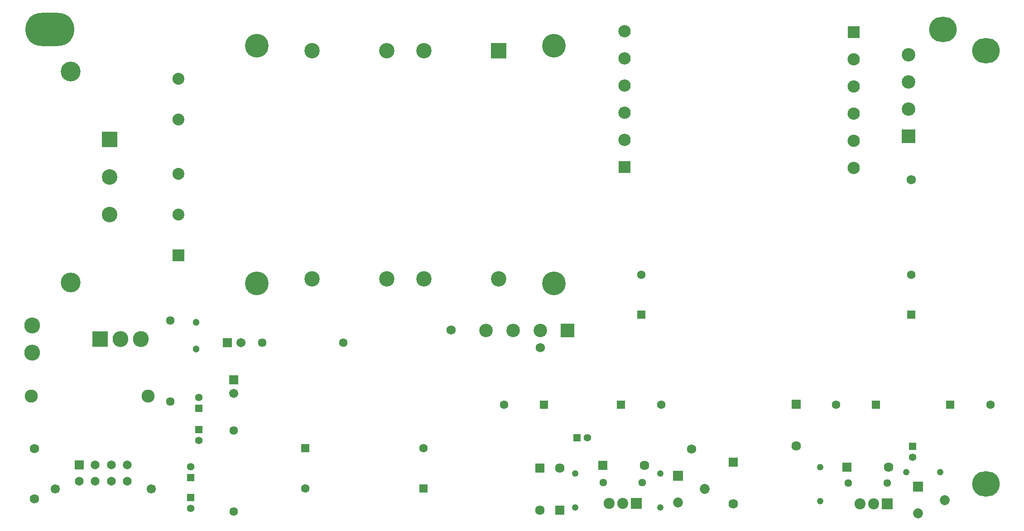
<source format=gbs>
G04*
G04 #@! TF.GenerationSoftware,Altium Limited,Altium Designer,23.3.1 (30)*
G04*
G04 Layer_Color=16711935*
%FSLAX25Y25*%
%MOIN*%
G70*
G04*
G04 #@! TF.SameCoordinates,6D9CB1A0-9692-42E5-B266-BE6C9D8843E2*
G04*
G04*
G04 #@! TF.FilePolarity,Negative*
G04*
G01*
G75*
%ADD19C,0.09068*%
%ADD20R,0.09068X0.09068*%
%ADD21C,0.06343*%
%ADD22O,0.20485X0.18517*%
%ADD23C,0.07296*%
%ADD24R,0.07296X0.07296*%
%ADD25C,0.04800*%
%ADD26C,0.11430*%
%ADD27R,0.11430X0.11430*%
%ADD28C,0.14580*%
%ADD29C,0.06824*%
%ADD30C,0.09894*%
%ADD31R,0.09894X0.09894*%
%ADD32C,0.07060*%
%ADD33R,0.07060X0.07060*%
%ADD34C,0.06312*%
%ADD35R,0.06312X0.06312*%
%ADD36R,0.06312X0.06312*%
%ADD37R,0.07060X0.07060*%
%ADD38C,0.05674*%
%ADD39C,0.08123*%
%ADD40R,0.08123X0.08123*%
%ADD41C,0.05556*%
%ADD42R,0.05556X0.05556*%
%ADD43C,0.17400*%
%ADD44C,0.11300*%
%ADD45R,0.11300X0.11300*%
%ADD46R,0.09894X0.09894*%
%ADD47C,0.09658*%
%ADD48R,0.05556X0.05556*%
%ADD49C,0.11725*%
%ADD50R,0.11725X0.11725*%
%ADD52R,0.06737X0.06737*%
%ADD53C,0.06737*%
%ADD54R,0.06737X0.06737*%
%ADD55C,0.06781*%
%ADD56C,0.06525*%
%ADD57R,0.06525X0.06525*%
%ADD58R,0.08792X0.08792*%
%ADD59C,0.08792*%
%ADD60C,0.05131*%
%ADD104O,0.36233X0.24422*%
D19*
X442810Y360892D02*
D03*
Y340892D02*
D03*
Y320892D02*
D03*
Y300892D02*
D03*
Y280892D02*
D03*
X611197Y260181D02*
D03*
Y280181D02*
D03*
Y300181D02*
D03*
Y320181D02*
D03*
Y340181D02*
D03*
D20*
X442810Y260892D02*
D03*
X611197Y360181D02*
D03*
D21*
X175996Y131522D02*
D03*
X235838D02*
D03*
X108447Y87993D02*
D03*
Y147836D02*
D03*
X155101Y66846D02*
D03*
Y7004D02*
D03*
D22*
X708661Y27559D02*
D03*
X677165Y362205D02*
D03*
X708661Y346457D02*
D03*
D23*
X482073Y13792D02*
D03*
X501758Y23634D02*
D03*
X658758Y5728D02*
D03*
X678443Y15570D02*
D03*
D24*
X482073Y33477D02*
D03*
X658758Y25413D02*
D03*
D25*
X674972Y36170D02*
D03*
X649972D02*
D03*
X586797Y14633D02*
D03*
Y39633D02*
D03*
X406421Y10001D02*
D03*
Y35002D02*
D03*
X469165Y10001D02*
D03*
Y35002D02*
D03*
D26*
X63729Y225846D02*
D03*
Y253405D02*
D03*
D27*
Y280964D02*
D03*
D28*
X34989Y175649D02*
D03*
Y331161D02*
D03*
D29*
X380568Y127779D02*
D03*
X315013Y140926D02*
D03*
X653640Y251467D02*
D03*
X492126Y53150D02*
D03*
X8192Y53598D02*
D03*
X8192Y16462D02*
D03*
D30*
X340561Y140473D02*
D03*
X360561D02*
D03*
X380561D02*
D03*
X651670Y343293D02*
D03*
Y323293D02*
D03*
Y303293D02*
D03*
D31*
X400561Y140473D02*
D03*
D32*
X522795Y12696D02*
D03*
X637174Y39905D02*
D03*
X380497Y8240D02*
D03*
X395094Y38984D02*
D03*
X457426Y41236D02*
D03*
X568953Y55303D02*
D03*
D33*
X522795Y43440D02*
D03*
X380497Y38984D02*
D03*
X395094Y8240D02*
D03*
X568953Y86047D02*
D03*
D34*
X469566Y85641D02*
D03*
X353869D02*
D03*
X294591Y53688D02*
D03*
X207592Y24160D02*
D03*
X711869Y85641D02*
D03*
X653543Y181497D02*
D03*
X598278Y85641D02*
D03*
X454949Y181497D02*
D03*
D35*
X440039Y85641D02*
D03*
X383397D02*
D03*
X682341D02*
D03*
X627806D02*
D03*
D36*
X294591Y24160D02*
D03*
X207592Y53688D02*
D03*
X653543Y151969D02*
D03*
X454949D02*
D03*
D37*
X606429Y39905D02*
D03*
X426682Y41236D02*
D03*
D38*
X607431Y28068D02*
D03*
X636172D02*
D03*
X427071Y28410D02*
D03*
X455812D02*
D03*
D39*
X615983Y12638D02*
D03*
X625983D02*
D03*
X431383Y13055D02*
D03*
X441383D02*
D03*
D40*
X635983Y12638D02*
D03*
X451383Y13055D02*
D03*
D41*
X129406Y91005D02*
D03*
X129326Y59537D02*
D03*
X123216Y40044D02*
D03*
Y9396D02*
D03*
X654651Y47069D02*
D03*
X415424Y61596D02*
D03*
D42*
X129406Y83131D02*
D03*
X129326Y67411D02*
D03*
X123216Y32170D02*
D03*
Y17270D02*
D03*
X654651Y54943D02*
D03*
D43*
X171998Y349957D02*
D03*
Y174957D02*
D03*
X390698D02*
D03*
Y349957D02*
D03*
D44*
X212598Y178457D02*
D03*
X267598D02*
D03*
X212598Y346457D02*
D03*
X295098D02*
D03*
X267598D02*
D03*
X295098Y178457D02*
D03*
X350098D02*
D03*
D45*
Y346457D02*
D03*
D46*
X651670Y283293D02*
D03*
D47*
X92054Y92263D02*
D03*
X6070D02*
D03*
D48*
X407550Y61596D02*
D03*
D49*
X6837Y143940D02*
D03*
Y123940D02*
D03*
X86838Y133940D02*
D03*
X71838D02*
D03*
D50*
X56837D02*
D03*
D52*
X155048Y104094D02*
D03*
D53*
Y94094D02*
D03*
X160291Y131416D02*
D03*
D54*
X150291D02*
D03*
D55*
X23574Y23822D02*
D03*
X94440D02*
D03*
D56*
X76724Y29531D02*
D03*
X64913D02*
D03*
X53102D02*
D03*
X41291D02*
D03*
X76724Y41342D02*
D03*
X64913D02*
D03*
X53102D02*
D03*
D57*
X41291D02*
D03*
D58*
X114278Y195776D02*
D03*
D59*
Y225776D02*
D03*
Y255776D02*
D03*
Y295776D02*
D03*
Y325776D02*
D03*
D60*
X127378Y146460D02*
D03*
Y126775D02*
D03*
D104*
X19604Y362205D02*
D03*
M02*

</source>
